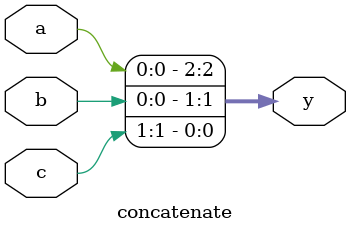
<source format=v>
/*8. Create a module using concatenation operator:
assign y = {a, b[0], c[1]};*/
module concatenate(a,b,c,y);
input a;
input [1:0]b,c;
output [2:0] y;
assign y = {a, b[0], c[1]};
endmodule

</source>
